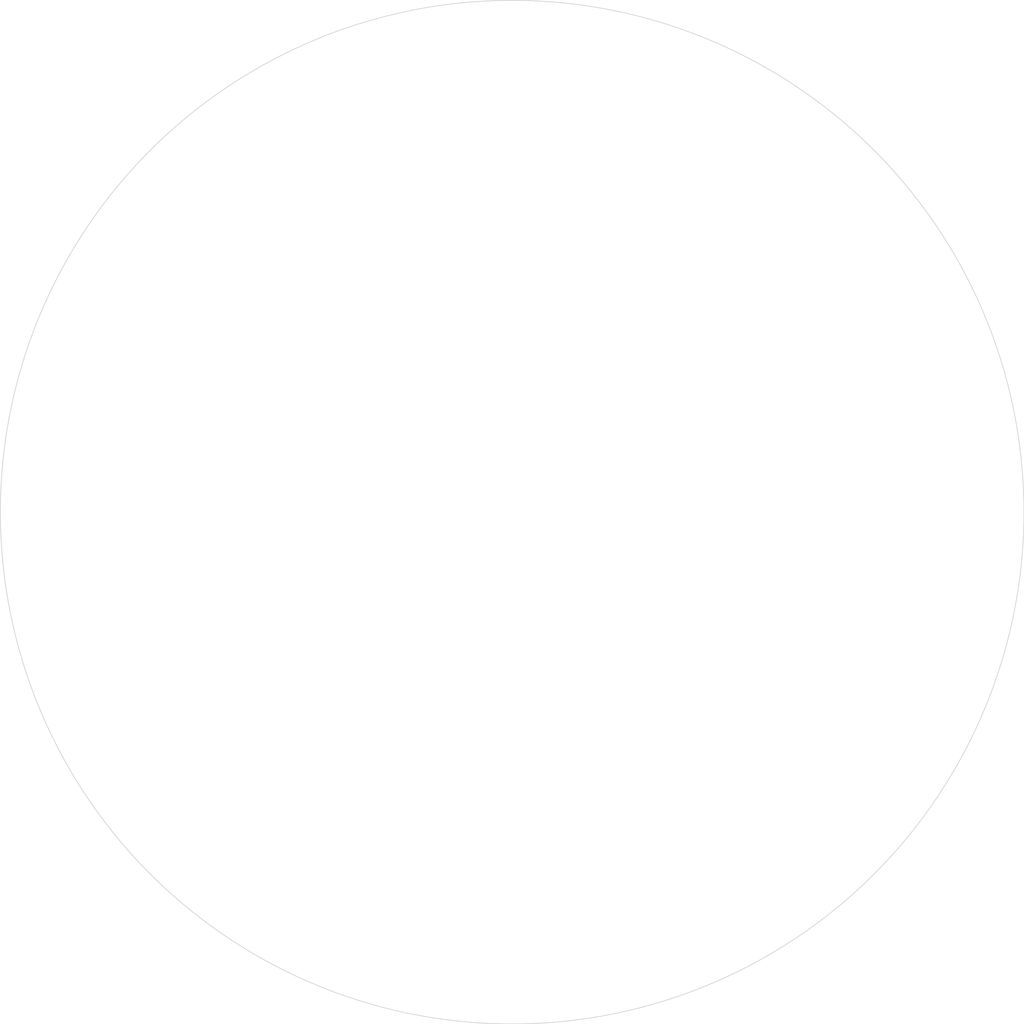
<source format=kicad_pcb>
(kicad_pcb (version 20211014) (generator pcbnew)

  (general
    (thickness 1.6)
  )

  (paper "A4")
  (layers
    (0 "F.Cu" signal)
    (31 "B.Cu" signal)
    (32 "B.Adhes" user "B.Adhesive")
    (33 "F.Adhes" user "F.Adhesive")
    (34 "B.Paste" user)
    (35 "F.Paste" user)
    (36 "B.SilkS" user "B.Silkscreen")
    (37 "F.SilkS" user "F.Silkscreen")
    (38 "B.Mask" user)
    (39 "F.Mask" user)
    (40 "Dwgs.User" user "User.Drawings")
    (41 "Cmts.User" user "User.Comments")
    (42 "Eco1.User" user "User.Eco1")
    (43 "Eco2.User" user "User.Eco2")
    (44 "Edge.Cuts" user)
    (45 "Margin" user)
    (46 "B.CrtYd" user "B.Courtyard")
    (47 "F.CrtYd" user "F.Courtyard")
    (48 "B.Fab" user)
    (49 "F.Fab" user)
    (50 "User.1" user)
    (51 "User.2" user)
    (52 "User.3" user)
    (53 "User.4" user)
    (54 "User.5" user)
    (55 "User.6" user)
    (56 "User.7" user)
    (57 "User.8" user)
    (58 "User.9" user)
  )

  (setup
    (pad_to_mask_clearance 0)
    (pcbplotparams
      (layerselection 0x00010fc_ffffffff)
      (disableapertmacros false)
      (usegerberextensions false)
      (usegerberattributes true)
      (usegerberadvancedattributes true)
      (creategerberjobfile true)
      (svguseinch false)
      (svgprecision 6)
      (excludeedgelayer true)
      (plotframeref false)
      (viasonmask false)
      (mode 1)
      (useauxorigin false)
      (hpglpennumber 1)
      (hpglpenspeed 20)
      (hpglpendiameter 15.000000)
      (dxfpolygonmode true)
      (dxfimperialunits true)
      (dxfusepcbnewfont true)
      (psnegative false)
      (psa4output false)
      (plotreference true)
      (plotvalue true)
      (plotinvisibletext false)
      (sketchpadsonfab false)
      (subtractmaskfromsilk false)
      (outputformat 1)
      (mirror false)
      (drillshape 1)
      (scaleselection 1)
      (outputdirectory "")
    )
  )

  (net 0 "")

  (gr_circle (center 150 100) (end 185 100) (layer "Edge.Cuts") (width 0.05) (fill none) (tstamp 38a501e2-0ee8-439d-bd02-e9e90e7503e9))

)

</source>
